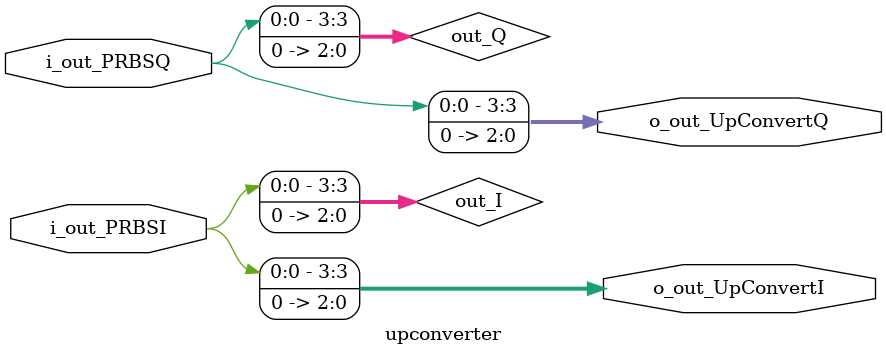
<source format=v>
module upconverter (
    input i_out_PRBSQ,
    input i_out_PRBSI,

    output [3:0] o_out_UpConvertI,
    output [3:0] o_out_UpConvertQ
);

wire [3:0 ]out_Q;
wire [3:0 ]out_I;
//Por cada muestra de PRBS se generar 4 muestras en UpConvert donde una es
//es la salida de la PRBS y los demas son ceros    
assign out_Q = {i_out_PRBSQ,3'b000};
assign out_I = {i_out_PRBSI,3'b000};

assign o_out_UpConvertI = out_I;
assign o_out_UpConvertQ = out_Q;

endmodule
</source>
